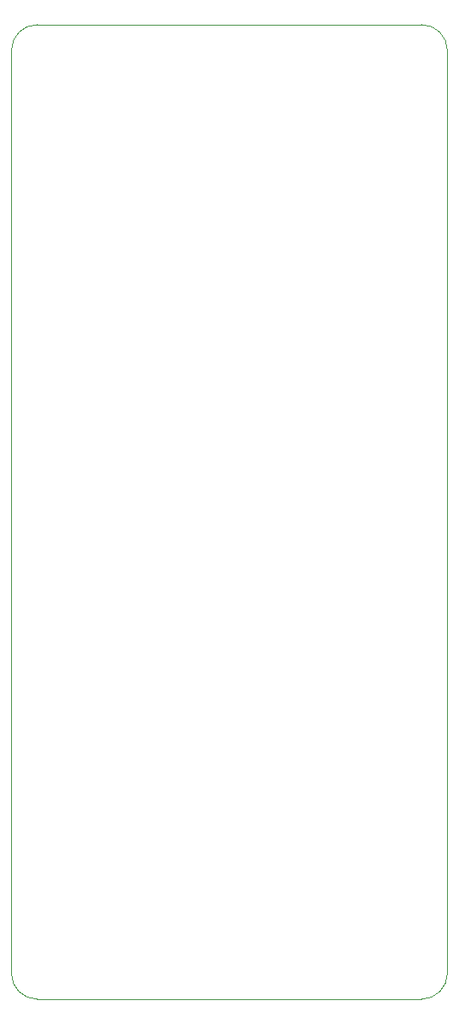
<source format=gbr>
%TF.GenerationSoftware,KiCad,Pcbnew,7.0.2*%
%TF.CreationDate,2023-04-24T21:00:06-04:00*%
%TF.ProjectId,JTAG_Terminal_Block,4a544147-5f54-4657-926d-696e616c5f42,rev?*%
%TF.SameCoordinates,Original*%
%TF.FileFunction,Profile,NP*%
%FSLAX46Y46*%
G04 Gerber Fmt 4.6, Leading zero omitted, Abs format (unit mm)*
G04 Created by KiCad (PCBNEW 7.0.2) date 2023-04-24 21:00:06*
%MOMM*%
%LPD*%
G01*
G04 APERTURE LIST*
%TA.AperFunction,Profile*%
%ADD10C,0.100000*%
%TD*%
G04 APERTURE END LIST*
D10*
X175260000Y-127000000D02*
G75*
G03*
X177800000Y-124460000I0J2540000D01*
G01*
X134620000Y-124460000D02*
G75*
G03*
X137160000Y-127000000I2540000J0D01*
G01*
X177800000Y-33020000D02*
G75*
G03*
X175260000Y-30480000I-2540000J0D01*
G01*
X137160000Y-30480000D02*
G75*
G03*
X134620000Y-33020000I0J-2540000D01*
G01*
X177800000Y-124460000D02*
X177800000Y-33020000D01*
X137160000Y-127000000D02*
X175260000Y-127000000D01*
X134620000Y-33020000D02*
X134620000Y-124460000D01*
X175260000Y-30480000D02*
X137160000Y-30480000D01*
M02*

</source>
